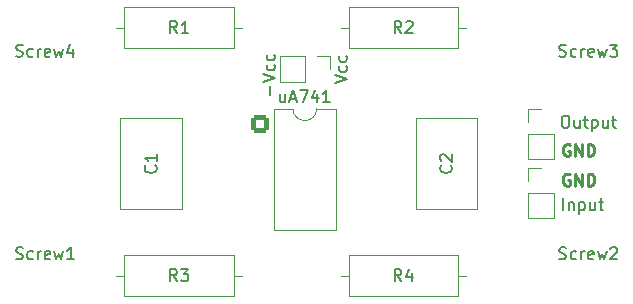
<source format=gbr>
G04 #@! TF.GenerationSoftware,KiCad,Pcbnew,9.0.4*
G04 #@! TF.CreationDate,2025-10-11T15:13:14-04:00*
G04 #@! TF.ProjectId,test1,74657374-312e-46b6-9963-61645f706362,rev?*
G04 #@! TF.SameCoordinates,Original*
G04 #@! TF.FileFunction,Legend,Top*
G04 #@! TF.FilePolarity,Positive*
%FSLAX46Y46*%
G04 Gerber Fmt 4.6, Leading zero omitted, Abs format (unit mm)*
G04 Created by KiCad (PCBNEW 9.0.4) date 2025-10-11 15:13:14*
%MOMM*%
%LPD*%
G01*
G04 APERTURE LIST*
G04 Aperture macros list*
%AMRoundRect*
0 Rectangle with rounded corners*
0 $1 Rounding radius*
0 $2 $3 $4 $5 $6 $7 $8 $9 X,Y pos of 4 corners*
0 Add a 4 corners polygon primitive as box body*
4,1,4,$2,$3,$4,$5,$6,$7,$8,$9,$2,$3,0*
0 Add four circle primitives for the rounded corners*
1,1,$1+$1,$2,$3*
1,1,$1+$1,$4,$5*
1,1,$1+$1,$6,$7*
1,1,$1+$1,$8,$9*
0 Add four rect primitives between the rounded corners*
20,1,$1+$1,$2,$3,$4,$5,0*
20,1,$1+$1,$4,$5,$6,$7,0*
20,1,$1+$1,$6,$7,$8,$9,0*
20,1,$1+$1,$8,$9,$2,$3,0*%
G04 Aperture macros list end*
%ADD10C,0.150000*%
%ADD11C,0.250000*%
%ADD12C,0.120000*%
%ADD13C,1.350000*%
%ADD14R,1.350000X1.350000*%
%ADD15C,2.600000*%
%ADD16C,3.800000*%
%ADD17C,1.600000*%
%ADD18C,2.000000*%
%ADD19RoundRect,0.250000X-0.550000X-0.550000X0.550000X-0.550000X0.550000X0.550000X-0.550000X0.550000X0*%
G04 APERTURE END LIST*
D10*
X162859580Y-101666666D02*
X162907200Y-101714285D01*
X162907200Y-101714285D02*
X162954819Y-101857142D01*
X162954819Y-101857142D02*
X162954819Y-101952380D01*
X162954819Y-101952380D02*
X162907200Y-102095237D01*
X162907200Y-102095237D02*
X162811961Y-102190475D01*
X162811961Y-102190475D02*
X162716723Y-102238094D01*
X162716723Y-102238094D02*
X162526247Y-102285713D01*
X162526247Y-102285713D02*
X162383390Y-102285713D01*
X162383390Y-102285713D02*
X162192914Y-102238094D01*
X162192914Y-102238094D02*
X162097676Y-102190475D01*
X162097676Y-102190475D02*
X162002438Y-102095237D01*
X162002438Y-102095237D02*
X161954819Y-101952380D01*
X161954819Y-101952380D02*
X161954819Y-101857142D01*
X161954819Y-101857142D02*
X162002438Y-101714285D01*
X162002438Y-101714285D02*
X162050057Y-101666666D01*
X162050057Y-101285713D02*
X162002438Y-101238094D01*
X162002438Y-101238094D02*
X161954819Y-101142856D01*
X161954819Y-101142856D02*
X161954819Y-100904761D01*
X161954819Y-100904761D02*
X162002438Y-100809523D01*
X162002438Y-100809523D02*
X162050057Y-100761904D01*
X162050057Y-100761904D02*
X162145295Y-100714285D01*
X162145295Y-100714285D02*
X162240533Y-100714285D01*
X162240533Y-100714285D02*
X162383390Y-100761904D01*
X162383390Y-100761904D02*
X162954819Y-101333332D01*
X162954819Y-101333332D02*
X162954819Y-100714285D01*
X147573866Y-95666666D02*
X147573866Y-94904762D01*
X146954819Y-94571428D02*
X147954819Y-94238095D01*
X147954819Y-94238095D02*
X146954819Y-93904762D01*
X147907200Y-93142857D02*
X147954819Y-93238095D01*
X147954819Y-93238095D02*
X147954819Y-93428571D01*
X147954819Y-93428571D02*
X147907200Y-93523809D01*
X147907200Y-93523809D02*
X147859580Y-93571428D01*
X147859580Y-93571428D02*
X147764342Y-93619047D01*
X147764342Y-93619047D02*
X147478628Y-93619047D01*
X147478628Y-93619047D02*
X147383390Y-93571428D01*
X147383390Y-93571428D02*
X147335771Y-93523809D01*
X147335771Y-93523809D02*
X147288152Y-93428571D01*
X147288152Y-93428571D02*
X147288152Y-93238095D01*
X147288152Y-93238095D02*
X147335771Y-93142857D01*
X147907200Y-92285714D02*
X147954819Y-92380952D01*
X147954819Y-92380952D02*
X147954819Y-92571428D01*
X147954819Y-92571428D02*
X147907200Y-92666666D01*
X147907200Y-92666666D02*
X147859580Y-92714285D01*
X147859580Y-92714285D02*
X147764342Y-92761904D01*
X147764342Y-92761904D02*
X147478628Y-92761904D01*
X147478628Y-92761904D02*
X147383390Y-92714285D01*
X147383390Y-92714285D02*
X147335771Y-92666666D01*
X147335771Y-92666666D02*
X147288152Y-92571428D01*
X147288152Y-92571428D02*
X147288152Y-92380952D01*
X147288152Y-92380952D02*
X147335771Y-92285714D01*
D11*
X172926377Y-99912238D02*
X172831139Y-99864619D01*
X172831139Y-99864619D02*
X172688282Y-99864619D01*
X172688282Y-99864619D02*
X172545425Y-99912238D01*
X172545425Y-99912238D02*
X172450187Y-100007476D01*
X172450187Y-100007476D02*
X172402568Y-100102714D01*
X172402568Y-100102714D02*
X172354949Y-100293190D01*
X172354949Y-100293190D02*
X172354949Y-100436047D01*
X172354949Y-100436047D02*
X172402568Y-100626523D01*
X172402568Y-100626523D02*
X172450187Y-100721761D01*
X172450187Y-100721761D02*
X172545425Y-100817000D01*
X172545425Y-100817000D02*
X172688282Y-100864619D01*
X172688282Y-100864619D02*
X172783520Y-100864619D01*
X172783520Y-100864619D02*
X172926377Y-100817000D01*
X172926377Y-100817000D02*
X172973996Y-100769380D01*
X172973996Y-100769380D02*
X172973996Y-100436047D01*
X172973996Y-100436047D02*
X172783520Y-100436047D01*
X173402568Y-100864619D02*
X173402568Y-99864619D01*
X173402568Y-99864619D02*
X173973996Y-100864619D01*
X173973996Y-100864619D02*
X173973996Y-99864619D01*
X174450187Y-100864619D02*
X174450187Y-99864619D01*
X174450187Y-99864619D02*
X174688282Y-99864619D01*
X174688282Y-99864619D02*
X174831139Y-99912238D01*
X174831139Y-99912238D02*
X174926377Y-100007476D01*
X174926377Y-100007476D02*
X174973996Y-100102714D01*
X174973996Y-100102714D02*
X175021615Y-100293190D01*
X175021615Y-100293190D02*
X175021615Y-100436047D01*
X175021615Y-100436047D02*
X174973996Y-100626523D01*
X174973996Y-100626523D02*
X174926377Y-100721761D01*
X174926377Y-100721761D02*
X174831139Y-100817000D01*
X174831139Y-100817000D02*
X174688282Y-100864619D01*
X174688282Y-100864619D02*
X174450187Y-100864619D01*
X172926377Y-102412238D02*
X172831139Y-102364619D01*
X172831139Y-102364619D02*
X172688282Y-102364619D01*
X172688282Y-102364619D02*
X172545425Y-102412238D01*
X172545425Y-102412238D02*
X172450187Y-102507476D01*
X172450187Y-102507476D02*
X172402568Y-102602714D01*
X172402568Y-102602714D02*
X172354949Y-102793190D01*
X172354949Y-102793190D02*
X172354949Y-102936047D01*
X172354949Y-102936047D02*
X172402568Y-103126523D01*
X172402568Y-103126523D02*
X172450187Y-103221761D01*
X172450187Y-103221761D02*
X172545425Y-103317000D01*
X172545425Y-103317000D02*
X172688282Y-103364619D01*
X172688282Y-103364619D02*
X172783520Y-103364619D01*
X172783520Y-103364619D02*
X172926377Y-103317000D01*
X172926377Y-103317000D02*
X172973996Y-103269380D01*
X172973996Y-103269380D02*
X172973996Y-102936047D01*
X172973996Y-102936047D02*
X172783520Y-102936047D01*
X173402568Y-103364619D02*
X173402568Y-102364619D01*
X173402568Y-102364619D02*
X173973996Y-103364619D01*
X173973996Y-103364619D02*
X173973996Y-102364619D01*
X174450187Y-103364619D02*
X174450187Y-102364619D01*
X174450187Y-102364619D02*
X174688282Y-102364619D01*
X174688282Y-102364619D02*
X174831139Y-102412238D01*
X174831139Y-102412238D02*
X174926377Y-102507476D01*
X174926377Y-102507476D02*
X174973996Y-102602714D01*
X174973996Y-102602714D02*
X175021615Y-102793190D01*
X175021615Y-102793190D02*
X175021615Y-102936047D01*
X175021615Y-102936047D02*
X174973996Y-103126523D01*
X174973996Y-103126523D02*
X174926377Y-103221761D01*
X174926377Y-103221761D02*
X174831139Y-103317000D01*
X174831139Y-103317000D02*
X174688282Y-103364619D01*
X174688282Y-103364619D02*
X174450187Y-103364619D01*
D10*
X153064819Y-94690475D02*
X154064819Y-94357142D01*
X154064819Y-94357142D02*
X153064819Y-94023809D01*
X154017200Y-93261904D02*
X154064819Y-93357142D01*
X154064819Y-93357142D02*
X154064819Y-93547618D01*
X154064819Y-93547618D02*
X154017200Y-93642856D01*
X154017200Y-93642856D02*
X153969580Y-93690475D01*
X153969580Y-93690475D02*
X153874342Y-93738094D01*
X153874342Y-93738094D02*
X153588628Y-93738094D01*
X153588628Y-93738094D02*
X153493390Y-93690475D01*
X153493390Y-93690475D02*
X153445771Y-93642856D01*
X153445771Y-93642856D02*
X153398152Y-93547618D01*
X153398152Y-93547618D02*
X153398152Y-93357142D01*
X153398152Y-93357142D02*
X153445771Y-93261904D01*
X154017200Y-92404761D02*
X154064819Y-92499999D01*
X154064819Y-92499999D02*
X154064819Y-92690475D01*
X154064819Y-92690475D02*
X154017200Y-92785713D01*
X154017200Y-92785713D02*
X153969580Y-92833332D01*
X153969580Y-92833332D02*
X153874342Y-92880951D01*
X153874342Y-92880951D02*
X153588628Y-92880951D01*
X153588628Y-92880951D02*
X153493390Y-92833332D01*
X153493390Y-92833332D02*
X153445771Y-92785713D01*
X153445771Y-92785713D02*
X153398152Y-92690475D01*
X153398152Y-92690475D02*
X153398152Y-92499999D01*
X153398152Y-92499999D02*
X153445771Y-92404761D01*
X126047619Y-92407200D02*
X126190476Y-92454819D01*
X126190476Y-92454819D02*
X126428571Y-92454819D01*
X126428571Y-92454819D02*
X126523809Y-92407200D01*
X126523809Y-92407200D02*
X126571428Y-92359580D01*
X126571428Y-92359580D02*
X126619047Y-92264342D01*
X126619047Y-92264342D02*
X126619047Y-92169104D01*
X126619047Y-92169104D02*
X126571428Y-92073866D01*
X126571428Y-92073866D02*
X126523809Y-92026247D01*
X126523809Y-92026247D02*
X126428571Y-91978628D01*
X126428571Y-91978628D02*
X126238095Y-91931009D01*
X126238095Y-91931009D02*
X126142857Y-91883390D01*
X126142857Y-91883390D02*
X126095238Y-91835771D01*
X126095238Y-91835771D02*
X126047619Y-91740533D01*
X126047619Y-91740533D02*
X126047619Y-91645295D01*
X126047619Y-91645295D02*
X126095238Y-91550057D01*
X126095238Y-91550057D02*
X126142857Y-91502438D01*
X126142857Y-91502438D02*
X126238095Y-91454819D01*
X126238095Y-91454819D02*
X126476190Y-91454819D01*
X126476190Y-91454819D02*
X126619047Y-91502438D01*
X127476190Y-92407200D02*
X127380952Y-92454819D01*
X127380952Y-92454819D02*
X127190476Y-92454819D01*
X127190476Y-92454819D02*
X127095238Y-92407200D01*
X127095238Y-92407200D02*
X127047619Y-92359580D01*
X127047619Y-92359580D02*
X127000000Y-92264342D01*
X127000000Y-92264342D02*
X127000000Y-91978628D01*
X127000000Y-91978628D02*
X127047619Y-91883390D01*
X127047619Y-91883390D02*
X127095238Y-91835771D01*
X127095238Y-91835771D02*
X127190476Y-91788152D01*
X127190476Y-91788152D02*
X127380952Y-91788152D01*
X127380952Y-91788152D02*
X127476190Y-91835771D01*
X127904762Y-92454819D02*
X127904762Y-91788152D01*
X127904762Y-91978628D02*
X127952381Y-91883390D01*
X127952381Y-91883390D02*
X128000000Y-91835771D01*
X128000000Y-91835771D02*
X128095238Y-91788152D01*
X128095238Y-91788152D02*
X128190476Y-91788152D01*
X128904762Y-92407200D02*
X128809524Y-92454819D01*
X128809524Y-92454819D02*
X128619048Y-92454819D01*
X128619048Y-92454819D02*
X128523810Y-92407200D01*
X128523810Y-92407200D02*
X128476191Y-92311961D01*
X128476191Y-92311961D02*
X128476191Y-91931009D01*
X128476191Y-91931009D02*
X128523810Y-91835771D01*
X128523810Y-91835771D02*
X128619048Y-91788152D01*
X128619048Y-91788152D02*
X128809524Y-91788152D01*
X128809524Y-91788152D02*
X128904762Y-91835771D01*
X128904762Y-91835771D02*
X128952381Y-91931009D01*
X128952381Y-91931009D02*
X128952381Y-92026247D01*
X128952381Y-92026247D02*
X128476191Y-92121485D01*
X129285715Y-91788152D02*
X129476191Y-92454819D01*
X129476191Y-92454819D02*
X129666667Y-91978628D01*
X129666667Y-91978628D02*
X129857143Y-92454819D01*
X129857143Y-92454819D02*
X130047619Y-91788152D01*
X130857143Y-91788152D02*
X130857143Y-92454819D01*
X130619048Y-91407200D02*
X130380953Y-92121485D01*
X130380953Y-92121485D02*
X131000000Y-92121485D01*
X172047619Y-92407200D02*
X172190476Y-92454819D01*
X172190476Y-92454819D02*
X172428571Y-92454819D01*
X172428571Y-92454819D02*
X172523809Y-92407200D01*
X172523809Y-92407200D02*
X172571428Y-92359580D01*
X172571428Y-92359580D02*
X172619047Y-92264342D01*
X172619047Y-92264342D02*
X172619047Y-92169104D01*
X172619047Y-92169104D02*
X172571428Y-92073866D01*
X172571428Y-92073866D02*
X172523809Y-92026247D01*
X172523809Y-92026247D02*
X172428571Y-91978628D01*
X172428571Y-91978628D02*
X172238095Y-91931009D01*
X172238095Y-91931009D02*
X172142857Y-91883390D01*
X172142857Y-91883390D02*
X172095238Y-91835771D01*
X172095238Y-91835771D02*
X172047619Y-91740533D01*
X172047619Y-91740533D02*
X172047619Y-91645295D01*
X172047619Y-91645295D02*
X172095238Y-91550057D01*
X172095238Y-91550057D02*
X172142857Y-91502438D01*
X172142857Y-91502438D02*
X172238095Y-91454819D01*
X172238095Y-91454819D02*
X172476190Y-91454819D01*
X172476190Y-91454819D02*
X172619047Y-91502438D01*
X173476190Y-92407200D02*
X173380952Y-92454819D01*
X173380952Y-92454819D02*
X173190476Y-92454819D01*
X173190476Y-92454819D02*
X173095238Y-92407200D01*
X173095238Y-92407200D02*
X173047619Y-92359580D01*
X173047619Y-92359580D02*
X173000000Y-92264342D01*
X173000000Y-92264342D02*
X173000000Y-91978628D01*
X173000000Y-91978628D02*
X173047619Y-91883390D01*
X173047619Y-91883390D02*
X173095238Y-91835771D01*
X173095238Y-91835771D02*
X173190476Y-91788152D01*
X173190476Y-91788152D02*
X173380952Y-91788152D01*
X173380952Y-91788152D02*
X173476190Y-91835771D01*
X173904762Y-92454819D02*
X173904762Y-91788152D01*
X173904762Y-91978628D02*
X173952381Y-91883390D01*
X173952381Y-91883390D02*
X174000000Y-91835771D01*
X174000000Y-91835771D02*
X174095238Y-91788152D01*
X174095238Y-91788152D02*
X174190476Y-91788152D01*
X174904762Y-92407200D02*
X174809524Y-92454819D01*
X174809524Y-92454819D02*
X174619048Y-92454819D01*
X174619048Y-92454819D02*
X174523810Y-92407200D01*
X174523810Y-92407200D02*
X174476191Y-92311961D01*
X174476191Y-92311961D02*
X174476191Y-91931009D01*
X174476191Y-91931009D02*
X174523810Y-91835771D01*
X174523810Y-91835771D02*
X174619048Y-91788152D01*
X174619048Y-91788152D02*
X174809524Y-91788152D01*
X174809524Y-91788152D02*
X174904762Y-91835771D01*
X174904762Y-91835771D02*
X174952381Y-91931009D01*
X174952381Y-91931009D02*
X174952381Y-92026247D01*
X174952381Y-92026247D02*
X174476191Y-92121485D01*
X175285715Y-91788152D02*
X175476191Y-92454819D01*
X175476191Y-92454819D02*
X175666667Y-91978628D01*
X175666667Y-91978628D02*
X175857143Y-92454819D01*
X175857143Y-92454819D02*
X176047619Y-91788152D01*
X176333334Y-91454819D02*
X176952381Y-91454819D01*
X176952381Y-91454819D02*
X176619048Y-91835771D01*
X176619048Y-91835771D02*
X176761905Y-91835771D01*
X176761905Y-91835771D02*
X176857143Y-91883390D01*
X176857143Y-91883390D02*
X176904762Y-91931009D01*
X176904762Y-91931009D02*
X176952381Y-92026247D01*
X176952381Y-92026247D02*
X176952381Y-92264342D01*
X176952381Y-92264342D02*
X176904762Y-92359580D01*
X176904762Y-92359580D02*
X176857143Y-92407200D01*
X176857143Y-92407200D02*
X176761905Y-92454819D01*
X176761905Y-92454819D02*
X176476191Y-92454819D01*
X176476191Y-92454819D02*
X176380953Y-92407200D01*
X176380953Y-92407200D02*
X176333334Y-92359580D01*
X172047619Y-109557200D02*
X172190476Y-109604819D01*
X172190476Y-109604819D02*
X172428571Y-109604819D01*
X172428571Y-109604819D02*
X172523809Y-109557200D01*
X172523809Y-109557200D02*
X172571428Y-109509580D01*
X172571428Y-109509580D02*
X172619047Y-109414342D01*
X172619047Y-109414342D02*
X172619047Y-109319104D01*
X172619047Y-109319104D02*
X172571428Y-109223866D01*
X172571428Y-109223866D02*
X172523809Y-109176247D01*
X172523809Y-109176247D02*
X172428571Y-109128628D01*
X172428571Y-109128628D02*
X172238095Y-109081009D01*
X172238095Y-109081009D02*
X172142857Y-109033390D01*
X172142857Y-109033390D02*
X172095238Y-108985771D01*
X172095238Y-108985771D02*
X172047619Y-108890533D01*
X172047619Y-108890533D02*
X172047619Y-108795295D01*
X172047619Y-108795295D02*
X172095238Y-108700057D01*
X172095238Y-108700057D02*
X172142857Y-108652438D01*
X172142857Y-108652438D02*
X172238095Y-108604819D01*
X172238095Y-108604819D02*
X172476190Y-108604819D01*
X172476190Y-108604819D02*
X172619047Y-108652438D01*
X173476190Y-109557200D02*
X173380952Y-109604819D01*
X173380952Y-109604819D02*
X173190476Y-109604819D01*
X173190476Y-109604819D02*
X173095238Y-109557200D01*
X173095238Y-109557200D02*
X173047619Y-109509580D01*
X173047619Y-109509580D02*
X173000000Y-109414342D01*
X173000000Y-109414342D02*
X173000000Y-109128628D01*
X173000000Y-109128628D02*
X173047619Y-109033390D01*
X173047619Y-109033390D02*
X173095238Y-108985771D01*
X173095238Y-108985771D02*
X173190476Y-108938152D01*
X173190476Y-108938152D02*
X173380952Y-108938152D01*
X173380952Y-108938152D02*
X173476190Y-108985771D01*
X173904762Y-109604819D02*
X173904762Y-108938152D01*
X173904762Y-109128628D02*
X173952381Y-109033390D01*
X173952381Y-109033390D02*
X174000000Y-108985771D01*
X174000000Y-108985771D02*
X174095238Y-108938152D01*
X174095238Y-108938152D02*
X174190476Y-108938152D01*
X174904762Y-109557200D02*
X174809524Y-109604819D01*
X174809524Y-109604819D02*
X174619048Y-109604819D01*
X174619048Y-109604819D02*
X174523810Y-109557200D01*
X174523810Y-109557200D02*
X174476191Y-109461961D01*
X174476191Y-109461961D02*
X174476191Y-109081009D01*
X174476191Y-109081009D02*
X174523810Y-108985771D01*
X174523810Y-108985771D02*
X174619048Y-108938152D01*
X174619048Y-108938152D02*
X174809524Y-108938152D01*
X174809524Y-108938152D02*
X174904762Y-108985771D01*
X174904762Y-108985771D02*
X174952381Y-109081009D01*
X174952381Y-109081009D02*
X174952381Y-109176247D01*
X174952381Y-109176247D02*
X174476191Y-109271485D01*
X175285715Y-108938152D02*
X175476191Y-109604819D01*
X175476191Y-109604819D02*
X175666667Y-109128628D01*
X175666667Y-109128628D02*
X175857143Y-109604819D01*
X175857143Y-109604819D02*
X176047619Y-108938152D01*
X176380953Y-108700057D02*
X176428572Y-108652438D01*
X176428572Y-108652438D02*
X176523810Y-108604819D01*
X176523810Y-108604819D02*
X176761905Y-108604819D01*
X176761905Y-108604819D02*
X176857143Y-108652438D01*
X176857143Y-108652438D02*
X176904762Y-108700057D01*
X176904762Y-108700057D02*
X176952381Y-108795295D01*
X176952381Y-108795295D02*
X176952381Y-108890533D01*
X176952381Y-108890533D02*
X176904762Y-109033390D01*
X176904762Y-109033390D02*
X176333334Y-109604819D01*
X176333334Y-109604819D02*
X176952381Y-109604819D01*
X126047619Y-109557200D02*
X126190476Y-109604819D01*
X126190476Y-109604819D02*
X126428571Y-109604819D01*
X126428571Y-109604819D02*
X126523809Y-109557200D01*
X126523809Y-109557200D02*
X126571428Y-109509580D01*
X126571428Y-109509580D02*
X126619047Y-109414342D01*
X126619047Y-109414342D02*
X126619047Y-109319104D01*
X126619047Y-109319104D02*
X126571428Y-109223866D01*
X126571428Y-109223866D02*
X126523809Y-109176247D01*
X126523809Y-109176247D02*
X126428571Y-109128628D01*
X126428571Y-109128628D02*
X126238095Y-109081009D01*
X126238095Y-109081009D02*
X126142857Y-109033390D01*
X126142857Y-109033390D02*
X126095238Y-108985771D01*
X126095238Y-108985771D02*
X126047619Y-108890533D01*
X126047619Y-108890533D02*
X126047619Y-108795295D01*
X126047619Y-108795295D02*
X126095238Y-108700057D01*
X126095238Y-108700057D02*
X126142857Y-108652438D01*
X126142857Y-108652438D02*
X126238095Y-108604819D01*
X126238095Y-108604819D02*
X126476190Y-108604819D01*
X126476190Y-108604819D02*
X126619047Y-108652438D01*
X127476190Y-109557200D02*
X127380952Y-109604819D01*
X127380952Y-109604819D02*
X127190476Y-109604819D01*
X127190476Y-109604819D02*
X127095238Y-109557200D01*
X127095238Y-109557200D02*
X127047619Y-109509580D01*
X127047619Y-109509580D02*
X127000000Y-109414342D01*
X127000000Y-109414342D02*
X127000000Y-109128628D01*
X127000000Y-109128628D02*
X127047619Y-109033390D01*
X127047619Y-109033390D02*
X127095238Y-108985771D01*
X127095238Y-108985771D02*
X127190476Y-108938152D01*
X127190476Y-108938152D02*
X127380952Y-108938152D01*
X127380952Y-108938152D02*
X127476190Y-108985771D01*
X127904762Y-109604819D02*
X127904762Y-108938152D01*
X127904762Y-109128628D02*
X127952381Y-109033390D01*
X127952381Y-109033390D02*
X128000000Y-108985771D01*
X128000000Y-108985771D02*
X128095238Y-108938152D01*
X128095238Y-108938152D02*
X128190476Y-108938152D01*
X128904762Y-109557200D02*
X128809524Y-109604819D01*
X128809524Y-109604819D02*
X128619048Y-109604819D01*
X128619048Y-109604819D02*
X128523810Y-109557200D01*
X128523810Y-109557200D02*
X128476191Y-109461961D01*
X128476191Y-109461961D02*
X128476191Y-109081009D01*
X128476191Y-109081009D02*
X128523810Y-108985771D01*
X128523810Y-108985771D02*
X128619048Y-108938152D01*
X128619048Y-108938152D02*
X128809524Y-108938152D01*
X128809524Y-108938152D02*
X128904762Y-108985771D01*
X128904762Y-108985771D02*
X128952381Y-109081009D01*
X128952381Y-109081009D02*
X128952381Y-109176247D01*
X128952381Y-109176247D02*
X128476191Y-109271485D01*
X129285715Y-108938152D02*
X129476191Y-109604819D01*
X129476191Y-109604819D02*
X129666667Y-109128628D01*
X129666667Y-109128628D02*
X129857143Y-109604819D01*
X129857143Y-109604819D02*
X130047619Y-108938152D01*
X130952381Y-109604819D02*
X130380953Y-109604819D01*
X130666667Y-109604819D02*
X130666667Y-108604819D01*
X130666667Y-108604819D02*
X130571429Y-108747676D01*
X130571429Y-108747676D02*
X130476191Y-108842914D01*
X130476191Y-108842914D02*
X130380953Y-108890533D01*
X172476190Y-97454819D02*
X172666666Y-97454819D01*
X172666666Y-97454819D02*
X172761904Y-97502438D01*
X172761904Y-97502438D02*
X172857142Y-97597676D01*
X172857142Y-97597676D02*
X172904761Y-97788152D01*
X172904761Y-97788152D02*
X172904761Y-98121485D01*
X172904761Y-98121485D02*
X172857142Y-98311961D01*
X172857142Y-98311961D02*
X172761904Y-98407200D01*
X172761904Y-98407200D02*
X172666666Y-98454819D01*
X172666666Y-98454819D02*
X172476190Y-98454819D01*
X172476190Y-98454819D02*
X172380952Y-98407200D01*
X172380952Y-98407200D02*
X172285714Y-98311961D01*
X172285714Y-98311961D02*
X172238095Y-98121485D01*
X172238095Y-98121485D02*
X172238095Y-97788152D01*
X172238095Y-97788152D02*
X172285714Y-97597676D01*
X172285714Y-97597676D02*
X172380952Y-97502438D01*
X172380952Y-97502438D02*
X172476190Y-97454819D01*
X173761904Y-97788152D02*
X173761904Y-98454819D01*
X173333333Y-97788152D02*
X173333333Y-98311961D01*
X173333333Y-98311961D02*
X173380952Y-98407200D01*
X173380952Y-98407200D02*
X173476190Y-98454819D01*
X173476190Y-98454819D02*
X173619047Y-98454819D01*
X173619047Y-98454819D02*
X173714285Y-98407200D01*
X173714285Y-98407200D02*
X173761904Y-98359580D01*
X174095238Y-97788152D02*
X174476190Y-97788152D01*
X174238095Y-97454819D02*
X174238095Y-98311961D01*
X174238095Y-98311961D02*
X174285714Y-98407200D01*
X174285714Y-98407200D02*
X174380952Y-98454819D01*
X174380952Y-98454819D02*
X174476190Y-98454819D01*
X174809524Y-97788152D02*
X174809524Y-98788152D01*
X174809524Y-97835771D02*
X174904762Y-97788152D01*
X174904762Y-97788152D02*
X175095238Y-97788152D01*
X175095238Y-97788152D02*
X175190476Y-97835771D01*
X175190476Y-97835771D02*
X175238095Y-97883390D01*
X175238095Y-97883390D02*
X175285714Y-97978628D01*
X175285714Y-97978628D02*
X175285714Y-98264342D01*
X175285714Y-98264342D02*
X175238095Y-98359580D01*
X175238095Y-98359580D02*
X175190476Y-98407200D01*
X175190476Y-98407200D02*
X175095238Y-98454819D01*
X175095238Y-98454819D02*
X174904762Y-98454819D01*
X174904762Y-98454819D02*
X174809524Y-98407200D01*
X176142857Y-97788152D02*
X176142857Y-98454819D01*
X175714286Y-97788152D02*
X175714286Y-98311961D01*
X175714286Y-98311961D02*
X175761905Y-98407200D01*
X175761905Y-98407200D02*
X175857143Y-98454819D01*
X175857143Y-98454819D02*
X176000000Y-98454819D01*
X176000000Y-98454819D02*
X176095238Y-98407200D01*
X176095238Y-98407200D02*
X176142857Y-98359580D01*
X176476191Y-97788152D02*
X176857143Y-97788152D01*
X176619048Y-97454819D02*
X176619048Y-98311961D01*
X176619048Y-98311961D02*
X176666667Y-98407200D01*
X176666667Y-98407200D02*
X176761905Y-98454819D01*
X176761905Y-98454819D02*
X176857143Y-98454819D01*
X172357143Y-105454819D02*
X172357143Y-104454819D01*
X172833333Y-104788152D02*
X172833333Y-105454819D01*
X172833333Y-104883390D02*
X172880952Y-104835771D01*
X172880952Y-104835771D02*
X172976190Y-104788152D01*
X172976190Y-104788152D02*
X173119047Y-104788152D01*
X173119047Y-104788152D02*
X173214285Y-104835771D01*
X173214285Y-104835771D02*
X173261904Y-104931009D01*
X173261904Y-104931009D02*
X173261904Y-105454819D01*
X173738095Y-104788152D02*
X173738095Y-105788152D01*
X173738095Y-104835771D02*
X173833333Y-104788152D01*
X173833333Y-104788152D02*
X174023809Y-104788152D01*
X174023809Y-104788152D02*
X174119047Y-104835771D01*
X174119047Y-104835771D02*
X174166666Y-104883390D01*
X174166666Y-104883390D02*
X174214285Y-104978628D01*
X174214285Y-104978628D02*
X174214285Y-105264342D01*
X174214285Y-105264342D02*
X174166666Y-105359580D01*
X174166666Y-105359580D02*
X174119047Y-105407200D01*
X174119047Y-105407200D02*
X174023809Y-105454819D01*
X174023809Y-105454819D02*
X173833333Y-105454819D01*
X173833333Y-105454819D02*
X173738095Y-105407200D01*
X175071428Y-104788152D02*
X175071428Y-105454819D01*
X174642857Y-104788152D02*
X174642857Y-105311961D01*
X174642857Y-105311961D02*
X174690476Y-105407200D01*
X174690476Y-105407200D02*
X174785714Y-105454819D01*
X174785714Y-105454819D02*
X174928571Y-105454819D01*
X174928571Y-105454819D02*
X175023809Y-105407200D01*
X175023809Y-105407200D02*
X175071428Y-105359580D01*
X175404762Y-104788152D02*
X175785714Y-104788152D01*
X175547619Y-104454819D02*
X175547619Y-105311961D01*
X175547619Y-105311961D02*
X175595238Y-105407200D01*
X175595238Y-105407200D02*
X175690476Y-105454819D01*
X175690476Y-105454819D02*
X175785714Y-105454819D01*
X158683333Y-90454819D02*
X158350000Y-89978628D01*
X158111905Y-90454819D02*
X158111905Y-89454819D01*
X158111905Y-89454819D02*
X158492857Y-89454819D01*
X158492857Y-89454819D02*
X158588095Y-89502438D01*
X158588095Y-89502438D02*
X158635714Y-89550057D01*
X158635714Y-89550057D02*
X158683333Y-89645295D01*
X158683333Y-89645295D02*
X158683333Y-89788152D01*
X158683333Y-89788152D02*
X158635714Y-89883390D01*
X158635714Y-89883390D02*
X158588095Y-89931009D01*
X158588095Y-89931009D02*
X158492857Y-89978628D01*
X158492857Y-89978628D02*
X158111905Y-89978628D01*
X159064286Y-89550057D02*
X159111905Y-89502438D01*
X159111905Y-89502438D02*
X159207143Y-89454819D01*
X159207143Y-89454819D02*
X159445238Y-89454819D01*
X159445238Y-89454819D02*
X159540476Y-89502438D01*
X159540476Y-89502438D02*
X159588095Y-89550057D01*
X159588095Y-89550057D02*
X159635714Y-89645295D01*
X159635714Y-89645295D02*
X159635714Y-89740533D01*
X159635714Y-89740533D02*
X159588095Y-89883390D01*
X159588095Y-89883390D02*
X159016667Y-90454819D01*
X159016667Y-90454819D02*
X159635714Y-90454819D01*
X148862142Y-95648152D02*
X148862142Y-96314819D01*
X148433571Y-95648152D02*
X148433571Y-96171961D01*
X148433571Y-96171961D02*
X148481190Y-96267200D01*
X148481190Y-96267200D02*
X148576428Y-96314819D01*
X148576428Y-96314819D02*
X148719285Y-96314819D01*
X148719285Y-96314819D02*
X148814523Y-96267200D01*
X148814523Y-96267200D02*
X148862142Y-96219580D01*
X149290714Y-96029104D02*
X149766904Y-96029104D01*
X149195476Y-96314819D02*
X149528809Y-95314819D01*
X149528809Y-95314819D02*
X149862142Y-96314819D01*
X150100238Y-95314819D02*
X150766904Y-95314819D01*
X150766904Y-95314819D02*
X150338333Y-96314819D01*
X151576428Y-95648152D02*
X151576428Y-96314819D01*
X151338333Y-95267200D02*
X151100238Y-95981485D01*
X151100238Y-95981485D02*
X151719285Y-95981485D01*
X152624047Y-96314819D02*
X152052619Y-96314819D01*
X152338333Y-96314819D02*
X152338333Y-95314819D01*
X152338333Y-95314819D02*
X152243095Y-95457676D01*
X152243095Y-95457676D02*
X152147857Y-95552914D01*
X152147857Y-95552914D02*
X152052619Y-95600533D01*
X137859580Y-101666666D02*
X137907200Y-101714285D01*
X137907200Y-101714285D02*
X137954819Y-101857142D01*
X137954819Y-101857142D02*
X137954819Y-101952380D01*
X137954819Y-101952380D02*
X137907200Y-102095237D01*
X137907200Y-102095237D02*
X137811961Y-102190475D01*
X137811961Y-102190475D02*
X137716723Y-102238094D01*
X137716723Y-102238094D02*
X137526247Y-102285713D01*
X137526247Y-102285713D02*
X137383390Y-102285713D01*
X137383390Y-102285713D02*
X137192914Y-102238094D01*
X137192914Y-102238094D02*
X137097676Y-102190475D01*
X137097676Y-102190475D02*
X137002438Y-102095237D01*
X137002438Y-102095237D02*
X136954819Y-101952380D01*
X136954819Y-101952380D02*
X136954819Y-101857142D01*
X136954819Y-101857142D02*
X137002438Y-101714285D01*
X137002438Y-101714285D02*
X137050057Y-101666666D01*
X137954819Y-100714285D02*
X137954819Y-101285713D01*
X137954819Y-100999999D02*
X136954819Y-100999999D01*
X136954819Y-100999999D02*
X137097676Y-101095237D01*
X137097676Y-101095237D02*
X137192914Y-101190475D01*
X137192914Y-101190475D02*
X137240533Y-101285713D01*
X158683333Y-111454819D02*
X158350000Y-110978628D01*
X158111905Y-111454819D02*
X158111905Y-110454819D01*
X158111905Y-110454819D02*
X158492857Y-110454819D01*
X158492857Y-110454819D02*
X158588095Y-110502438D01*
X158588095Y-110502438D02*
X158635714Y-110550057D01*
X158635714Y-110550057D02*
X158683333Y-110645295D01*
X158683333Y-110645295D02*
X158683333Y-110788152D01*
X158683333Y-110788152D02*
X158635714Y-110883390D01*
X158635714Y-110883390D02*
X158588095Y-110931009D01*
X158588095Y-110931009D02*
X158492857Y-110978628D01*
X158492857Y-110978628D02*
X158111905Y-110978628D01*
X159540476Y-110788152D02*
X159540476Y-111454819D01*
X159302381Y-110407200D02*
X159064286Y-111121485D01*
X159064286Y-111121485D02*
X159683333Y-111121485D01*
X139683333Y-90454819D02*
X139350000Y-89978628D01*
X139111905Y-90454819D02*
X139111905Y-89454819D01*
X139111905Y-89454819D02*
X139492857Y-89454819D01*
X139492857Y-89454819D02*
X139588095Y-89502438D01*
X139588095Y-89502438D02*
X139635714Y-89550057D01*
X139635714Y-89550057D02*
X139683333Y-89645295D01*
X139683333Y-89645295D02*
X139683333Y-89788152D01*
X139683333Y-89788152D02*
X139635714Y-89883390D01*
X139635714Y-89883390D02*
X139588095Y-89931009D01*
X139588095Y-89931009D02*
X139492857Y-89978628D01*
X139492857Y-89978628D02*
X139111905Y-89978628D01*
X140635714Y-90454819D02*
X140064286Y-90454819D01*
X140350000Y-90454819D02*
X140350000Y-89454819D01*
X140350000Y-89454819D02*
X140254762Y-89597676D01*
X140254762Y-89597676D02*
X140159524Y-89692914D01*
X140159524Y-89692914D02*
X140064286Y-89740533D01*
X139683333Y-111454819D02*
X139350000Y-110978628D01*
X139111905Y-111454819D02*
X139111905Y-110454819D01*
X139111905Y-110454819D02*
X139492857Y-110454819D01*
X139492857Y-110454819D02*
X139588095Y-110502438D01*
X139588095Y-110502438D02*
X139635714Y-110550057D01*
X139635714Y-110550057D02*
X139683333Y-110645295D01*
X139683333Y-110645295D02*
X139683333Y-110788152D01*
X139683333Y-110788152D02*
X139635714Y-110883390D01*
X139635714Y-110883390D02*
X139588095Y-110931009D01*
X139588095Y-110931009D02*
X139492857Y-110978628D01*
X139492857Y-110978628D02*
X139111905Y-110978628D01*
X140016667Y-110454819D02*
X140635714Y-110454819D01*
X140635714Y-110454819D02*
X140302381Y-110835771D01*
X140302381Y-110835771D02*
X140445238Y-110835771D01*
X140445238Y-110835771D02*
X140540476Y-110883390D01*
X140540476Y-110883390D02*
X140588095Y-110931009D01*
X140588095Y-110931009D02*
X140635714Y-111026247D01*
X140635714Y-111026247D02*
X140635714Y-111264342D01*
X140635714Y-111264342D02*
X140588095Y-111359580D01*
X140588095Y-111359580D02*
X140540476Y-111407200D01*
X140540476Y-111407200D02*
X140445238Y-111454819D01*
X140445238Y-111454819D02*
X140159524Y-111454819D01*
X140159524Y-111454819D02*
X140064286Y-111407200D01*
X140064286Y-111407200D02*
X140016667Y-111359580D01*
D12*
X150500000Y-94610000D02*
X148390000Y-94610000D01*
X148390000Y-92390000D02*
X148390000Y-94610000D01*
X150500000Y-92390000D02*
X150500000Y-94610000D01*
X150500000Y-92390000D02*
X148390000Y-92390000D01*
X151500000Y-92390000D02*
X152610000Y-92390000D01*
X152610000Y-92390000D02*
X152610000Y-93500000D01*
X169390000Y-96890000D02*
X170500000Y-96890000D01*
X169390000Y-98000000D02*
X169390000Y-96890000D01*
X169390000Y-99000000D02*
X169390000Y-101110000D01*
X169390000Y-99000000D02*
X171610000Y-99000000D01*
X169390000Y-101110000D02*
X171610000Y-101110000D01*
X171610000Y-99000000D02*
X171610000Y-101110000D01*
X169390000Y-101890000D02*
X170500000Y-101890000D01*
X169390000Y-103000000D02*
X169390000Y-101890000D01*
X169390000Y-104000000D02*
X169390000Y-106110000D01*
X169390000Y-104000000D02*
X171610000Y-104000000D01*
X169390000Y-106110000D02*
X171610000Y-106110000D01*
X171610000Y-104000000D02*
X171610000Y-106110000D01*
X153540000Y-90000000D02*
X154230000Y-90000000D01*
X164160000Y-90000000D02*
X163470000Y-90000000D01*
X163470000Y-91720000D02*
X154230000Y-91720000D01*
X154230000Y-88280000D01*
X163470000Y-88280000D01*
X163470000Y-91720000D01*
X159880000Y-97630000D02*
X165120000Y-97630000D01*
X159880000Y-105370000D02*
X159880000Y-97630000D01*
X165120000Y-97630000D02*
X165120000Y-105370000D01*
X165120000Y-105370000D02*
X159880000Y-105370000D01*
X147855000Y-96860000D02*
X147855000Y-107140000D01*
X147855000Y-107140000D02*
X153155000Y-107140000D01*
X149505000Y-96860000D02*
X147855000Y-96860000D01*
X153155000Y-96860000D02*
X151505000Y-96860000D01*
X153155000Y-107140000D02*
X153155000Y-96860000D01*
X151505000Y-96860000D02*
G75*
G02*
X149505000Y-96860000I-1000000J0D01*
G01*
X134880000Y-97630000D02*
X140120000Y-97630000D01*
X134880000Y-105370000D02*
X134880000Y-97630000D01*
X140120000Y-97630000D02*
X140120000Y-105370000D01*
X140120000Y-105370000D02*
X134880000Y-105370000D01*
X153540000Y-111000000D02*
X154230000Y-111000000D01*
X164160000Y-111000000D02*
X163470000Y-111000000D01*
X154230000Y-109280000D02*
X163470000Y-109280000D01*
X163470000Y-112720000D01*
X154230000Y-112720000D01*
X154230000Y-109280000D01*
X134540000Y-90000000D02*
X135230000Y-90000000D01*
X145160000Y-90000000D02*
X144470000Y-90000000D01*
X144470000Y-91720000D02*
X135230000Y-91720000D01*
X135230000Y-88280000D01*
X144470000Y-88280000D01*
X144470000Y-91720000D01*
X134540000Y-111000000D02*
X135230000Y-111000000D01*
X145160000Y-111000000D02*
X144470000Y-111000000D01*
X135230000Y-109280000D02*
X144470000Y-109280000D01*
X144470000Y-112720000D01*
X135230000Y-112720000D01*
X135230000Y-109280000D01*
%LPC*%
D13*
X149500000Y-93500000D03*
D14*
X151500000Y-93500000D03*
D15*
X128500000Y-89000000D03*
D16*
X128500000Y-89000000D03*
D15*
X174500000Y-89000000D03*
D16*
X174500000Y-89000000D03*
D15*
X174500000Y-112000000D03*
D16*
X174500000Y-112000000D03*
D15*
X128500000Y-112000000D03*
D16*
X128500000Y-112000000D03*
D14*
X170500000Y-98000000D03*
D13*
X170500000Y-100000000D03*
D14*
X170500000Y-103000000D03*
D13*
X170500000Y-105000000D03*
D17*
X165200000Y-90000000D03*
X152500000Y-90000000D03*
D18*
X162500000Y-104000000D03*
X162500000Y-99000000D03*
D19*
X146695000Y-98190000D03*
D17*
X146695000Y-100730000D03*
X146695000Y-103270000D03*
X146695000Y-105810000D03*
X154315000Y-105810000D03*
X154315000Y-103270000D03*
X154315000Y-100730000D03*
X154315000Y-98190000D03*
D18*
X137500000Y-104000000D03*
X137500000Y-99000000D03*
D17*
X152500000Y-111000000D03*
X165200000Y-111000000D03*
X146200000Y-90000000D03*
X133500000Y-90000000D03*
X133500000Y-111000000D03*
X146200000Y-111000000D03*
%LPD*%
M02*

</source>
